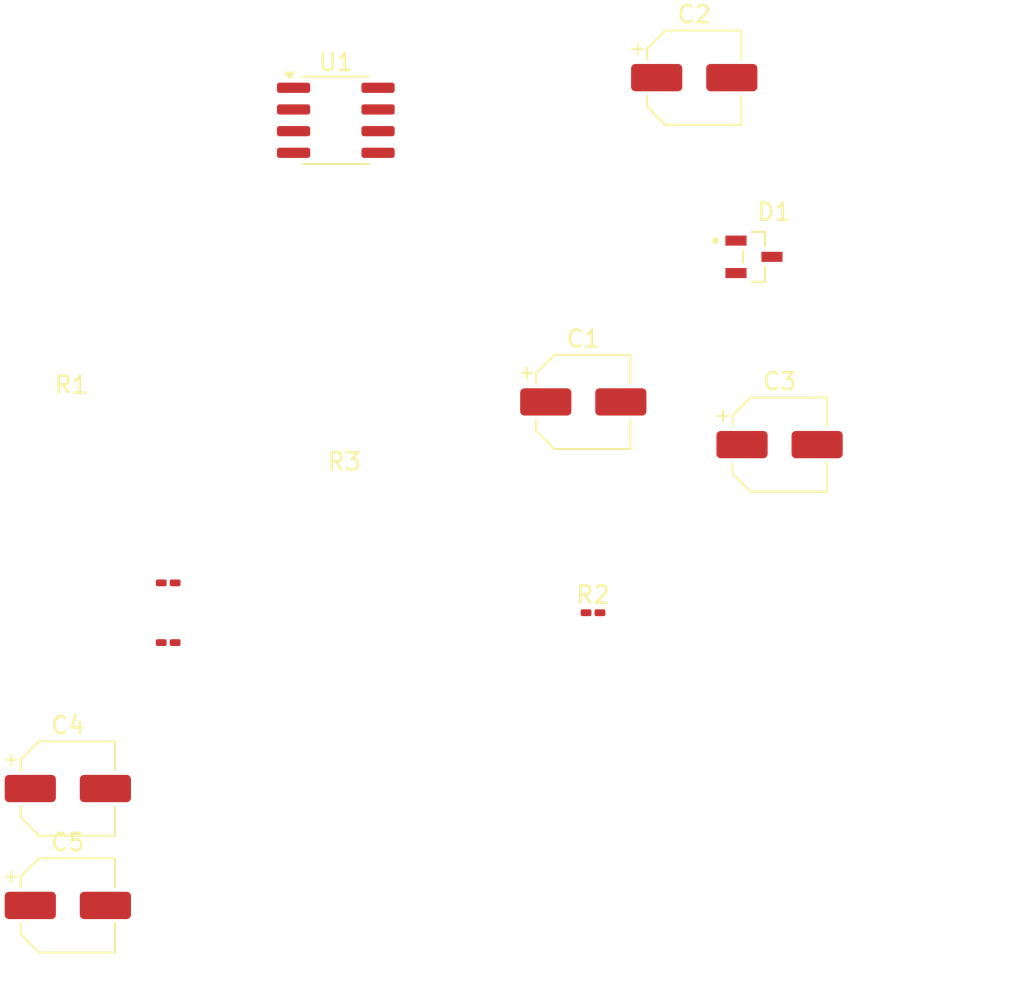
<source format=kicad_pcb>
(kicad_pcb (version 20241229) (generator "pcbnew") (generator_version "9.0")
  (layers (0 "F.Cu" signal) (2 "B.Cu" signal) (13 "F.Paste" user) (15 "B.Paste" user) (5 "F.SilkS" user "F.Silkscreen") (7 "B.SilkS" user "B.Silkscreen") (1 "F.Mask" user) (3 "B.Mask" user) (25 "Edge.Cuts" user))
  (net 0 "")
  (net 1 "GND")
  (net 2 "Net-(U1-Vref)")
  (net 3 "Net-(U1-CANH)")
  (net 4 "Net-(U1-CANL)")
  (net 5 "+3V3")
  (net 6 "Net-(U1-Rs)")
  (footprint "Capacitor_SMD:CP_Elec_5x3" (layer "F.Cu") (at 155.5 36)
    (property "Reference" "C2" (at 0 -3.7 0) (layer "F.SilkS"))
    (property "Value" "30pF")
    (fp_line (start -3.625 -1.685) (end -3 -1.685) (stroke (width 0.12)) (layer "F.SilkS"))
    (fp_line (start -3.3125 -1.9975) (end -3.3125 -1.3725) (stroke (width 0.12)) (layer "F.SilkS"))
    (fp_line (start -2.76 -1.695563) (end -2.76 -1.06) (stroke (width 0.12)) (layer "F.SilkS"))
    (fp_line (start -2.76 -1.695563) (end -1.695563 -2.76) (stroke (width 0.12)) (layer "F.SilkS"))
    (fp_line (start -2.76 1.695563) (end -2.76 1.06) (stroke (width 0.12)) (layer "F.SilkS"))
    (fp_line (start -2.76 1.695563) (end -1.695563 2.76) (stroke (width 0.12)) (layer "F.SilkS"))
    (fp_line (start -1.695563 -2.76) (end 2.76 -2.76) (stroke (width 0.12)) (layer "F.SilkS"))
    (fp_line (start -1.695563 2.76) (end 2.76 2.76) (stroke (width 0.12)) (layer "F.SilkS"))
    (fp_line (start 2.76 -2.76) (end 2.76 -1.06) (stroke (width 0.12)) (layer "F.SilkS"))
    (fp_line (start 2.76 2.76) (end 2.76 1.06) (stroke (width 0.12)) (layer "F.SilkS"))
    (pad "1" smd roundrect (at -2.2 0) (size 3 1.6) (layers "F.Cu" "F.Mask" "F.Paste") (roundrect_rratio 0.15625) (net 3 "Net-(U1-CANH)"))
    (pad "2" smd roundrect (at 2.2 0) (size 3 1.6) (layers "F.Cu" "F.Mask" "F.Paste") (roundrect_rratio 0.15625) (net 1 "GND"))
  )
  (footprint "Package_SO:SOIC-8_3.9x4.9mm_P1.27mm" (layer "F.Cu") (at 134.5 38.5)
    (property "Reference" "U1" (at 0 -3.4 0) (layer "F.SilkS"))
    (property "Value" "SN65HVD230")
    (fp_line (start 0 -2.56) (end -1.95 -2.56) (stroke (width 0.12)) (layer "F.SilkS"))
    (fp_line (start 0 -2.56) (end 1.95 -2.56) (stroke (width 0.12)) (layer "F.SilkS"))
    (fp_line (start 0 2.56) (end -1.95 2.56) (stroke (width 0.12)) (layer "F.SilkS"))
    (fp_line (start 0 2.56) (end 1.95 2.56) (stroke (width 0.12)) (layer "F.SilkS"))
    (fp_poly (pts (xy -2.7 -2.465) (xy -2.94 -2.795) (xy -2.46 -2.795)) (stroke (width 0.12)) (fill yes) (layer "F.SilkS"))
    (pad "1" smd roundrect (at -2.475 -1.905) (size 1.95 0.6) (layers "F.Cu" "F.Mask" "F.Paste"))
    (pad "2" smd roundrect (at -2.475 -0.635) (size 1.95 0.6) (layers "F.Cu" "F.Mask" "F.Paste") (net 1 "GND"))
    (pad "3" smd roundrect (at -2.475 0.635) (size 1.95 0.6) (layers "F.Cu" "F.Mask" "F.Paste") (net 5 "+3V3"))
    (pad "4" smd roundrect (at -2.475 1.905) (size 1.95 0.6) (layers "F.Cu" "F.Mask" "F.Paste"))
    (pad "5" smd roundrect (at 2.475 1.905) (size 1.95 0.6) (layers "F.Cu" "F.Mask" "F.Paste") (net 2 "Net-(U1-Vref)"))
    (pad "6" smd roundrect (at 2.475 0.635) (size 1.95 0.6) (layers "F.Cu" "F.Mask" "F.Paste") (net 4 "Net-(U1-CANL)"))
    (pad "7" smd roundrect (at 2.475 -0.635) (size 1.95 0.6) (layers "F.Cu" "F.Mask" "F.Paste") (net 3 "Net-(U1-CANH)"))
    (pad "8" smd roundrect (at 2.475 -1.905) (size 1.95 0.6) (layers "F.Cu" "F.Mask" "F.Paste") (net 6 "Net-(U1-Rs)"))
  )
  (footprint "Capacitor_SMD:CP_Elec_5x3" (layer "F.Cu") (at 118.8 84.5)
    (property "Reference" "C5" (at 0 -3.7 0) (layer "F.SilkS"))
    (property "Value" "4.7uF")
    (fp_line (start -3.625 -1.685) (end -3 -1.685) (stroke (width 0.12)) (layer "F.SilkS"))
    (fp_line (start -3.3125 -1.9975) (end -3.3125 -1.3725) (stroke (width 0.12)) (layer "F.SilkS"))
    (fp_line (start -2.76 -1.695563) (end -2.76 -1.06) (stroke (width 0.12)) (layer "F.SilkS"))
    (fp_line (start -2.76 -1.695563) (end -1.695563 -2.76) (stroke (width 0.12)) (layer "F.SilkS"))
    (fp_line (start -2.76 1.695563) (end -2.76 1.06) (stroke (width 0.12)) (layer "F.SilkS"))
    (fp_line (start -2.76 1.695563) (end -1.695563 2.76) (stroke (width 0.12)) (layer "F.SilkS"))
    (fp_line (start -1.695563 -2.76) (end 2.76 -2.76) (stroke (width 0.12)) (layer "F.SilkS"))
    (fp_line (start -1.695563 2.76) (end 2.76 2.76) (stroke (width 0.12)) (layer "F.SilkS"))
    (fp_line (start 2.76 -2.76) (end 2.76 -1.06) (stroke (width 0.12)) (layer "F.SilkS"))
    (fp_line (start 2.76 2.76) (end 2.76 1.06) (stroke (width 0.12)) (layer "F.SilkS"))
    (pad "1" smd roundrect (at -2.2 0) (size 3 1.6) (layers "F.Cu" "F.Mask" "F.Paste") (roundrect_rratio 0.15625) (net 5 "+3V3"))
    (pad "2" smd roundrect (at 2.2 0) (size 3 1.6) (layers "F.Cu" "F.Mask" "F.Paste") (roundrect_rratio 0.15625) (net 1 "GND"))
  )
  (footprint "Resistor_SMD:R_0201_0603Metric_Pad0.64x0.40mm_HandSolder" (layer "F.Cu") (at 124.68 65.6)
    (property "Reference" "R1" (at -5.68 -11.6 0) (layer "F.SilkS"))
    (property "Value" "59Ω")
    (pad "1" smd roundrect (at -0.4075 0) (size 0.635 0.4) (layers "F.Cu" "F.Mask") (net 3 "Net-(U1-CANH)"))
    (pad "2" smd roundrect (at 0.4075 0) (size 0.635 0.4) (layers "F.Cu" "F.Mask") (net 2 "Net-(U1-Vref)"))
  )
  (footprint "Resistor_SMD:R_0201_0603Metric_Pad0.64x0.40mm_HandSolder" (layer "F.Cu") (at 124.68 69.1)
    (property "Reference" "R3" (at 10.32 -10.6 0) (layer "F.SilkS"))
    (property "Value" "1KΩ")
    (pad "1" smd roundrect (at -0.4075 0) (size 0.635 0.4) (layers "F.Cu" "F.Mask") (net 6 "Net-(U1-Rs)"))
    (pad "2" smd roundrect (at 0.4075 0) (size 0.635 0.4) (layers "F.Cu" "F.Mask") (net 1 "GND"))
  )
  (footprint "Capacitor_SMD:CP_Elec_5x3" (layer "F.Cu") (at 118.8 77.65)
    (property "Reference" "C4" (at 0 -3.7 0) (layer "F.SilkS"))
    (property "Value" "0.1uF")
    (fp_line (start -3.625 -1.685) (end -3 -1.685) (stroke (width 0.12)) (layer "F.SilkS"))
    (fp_line (start -3.3125 -1.9975) (end -3.3125 -1.3725) (stroke (width 0.12)) (layer "F.SilkS"))
    (fp_line (start -2.76 -1.695563) (end -2.76 -1.06) (stroke (width 0.12)) (layer "F.SilkS"))
    (fp_line (start -2.76 -1.695563) (end -1.695563 -2.76) (stroke (width 0.12)) (layer "F.SilkS"))
    (fp_line (start -2.76 1.695563) (end -2.76 1.06) (stroke (width 0.12)) (layer "F.SilkS"))
    (fp_line (start -2.76 1.695563) (end -1.695563 2.76) (stroke (width 0.12)) (layer "F.SilkS"))
    (fp_line (start -1.695563 -2.76) (end 2.76 -2.76) (stroke (width 0.12)) (layer "F.SilkS"))
    (fp_line (start -1.695563 2.76) (end 2.76 2.76) (stroke (width 0.12)) (layer "F.SilkS"))
    (fp_line (start 2.76 -2.76) (end 2.76 -1.06) (stroke (width 0.12)) (layer "F.SilkS"))
    (fp_line (start 2.76 2.76) (end 2.76 1.06) (stroke (width 0.12)) (layer "F.SilkS"))
    (pad "1" smd roundrect (at -2.2 0) (size 3 1.6) (layers "F.Cu" "F.Mask" "F.Paste") (roundrect_rratio 0.15625) (net 5 "+3V3"))
    (pad "2" smd roundrect (at 2.2 0) (size 3 1.6) (layers "F.Cu" "F.Mask" "F.Paste") (roundrect_rratio 0.15625) (net 1 "GND"))
  )
  (footprint "Resistor_SMD:R_0201_0603Metric_Pad0.64x0.40mm_HandSolder" (layer "F.Cu") (at 149.5675 67.35)
    (property "Reference" "R2" (at 0 -1.05 0) (layer "F.SilkS"))
    (property "Value" "59Ω")
    (pad "1" smd roundrect (at -0.4075 0) (size 0.635 0.4) (layers "F.Cu" "F.Mask") (net 2 "Net-(U1-Vref)"))
    (pad "2" smd roundrect (at 0.4075 0) (size 0.635 0.4) (layers "F.Cu" "F.Mask") (net 4 "Net-(U1-CANL)"))
  )
  (footprint "Capacitor_SMD:CP_Elec_5x3" (layer "F.Cu") (at 160.5 57.5)
    (property "Reference" "C3" (at 0 -3.7 0) (layer "F.SilkS"))
    (property "Value" "30pF")
    (fp_line (start -3.625 -1.685) (end -3 -1.685) (stroke (width 0.12)) (layer "F.SilkS"))
    (fp_line (start -3.3125 -1.9975) (end -3.3125 -1.3725) (stroke (width 0.12)) (layer "F.SilkS"))
    (fp_line (start -2.76 -1.695563) (end -2.76 -1.06) (stroke (width 0.12)) (layer "F.SilkS"))
    (fp_line (start -2.76 -1.695563) (end -1.695563 -2.76) (stroke (width 0.12)) (layer "F.SilkS"))
    (fp_line (start -2.76 1.695563) (end -2.76 1.06) (stroke (width 0.12)) (layer "F.SilkS"))
    (fp_line (start -2.76 1.695563) (end -1.695563 2.76) (stroke (width 0.12)) (layer "F.SilkS"))
    (fp_line (start -1.695563 -2.76) (end 2.76 -2.76) (stroke (width 0.12)) (layer "F.SilkS"))
    (fp_line (start -1.695563 2.76) (end 2.76 2.76) (stroke (width 0.12)) (layer "F.SilkS"))
    (fp_line (start 2.76 -2.76) (end 2.76 -1.06) (stroke (width 0.12)) (layer "F.SilkS"))
    (fp_line (start 2.76 2.76) (end 2.76 1.06) (stroke (width 0.12)) (layer "F.SilkS"))
    (pad "1" smd roundrect (at -2.2 0) (size 3 1.6) (layers "F.Cu" "F.Mask" "F.Paste") (roundrect_rratio 0.15625) (net 4 "Net-(U1-CANL)"))
    (pad "2" smd roundrect (at 2.2 0) (size 3 1.6) (layers "F.Cu" "F.Mask" "F.Paste") (roundrect_rratio 0.15625) (net 1 "GND"))
  )
  (footprint "ESD2CAN24DBZRQ1:SOT95P237X112-3N" (layer "F.Cu") (at 159 46.5)
    (property "Reference" "D1" (at 1.175 -2.635 0) (layer "F.SilkS"))
    (property "Value" "ESD2CAN24DBZRQ1")
    (fp_line (start -0.65 0.335) (end -0.65 -0.335) (stroke (width 0.127)) (layer "F.SilkS"))
    (fp_line (start -0.115 1.46) (end 0.65 1.46) (stroke (width 0.127)) (layer "F.SilkS"))
    (fp_line (start 0.65 -1.46) (end -0.115 -1.46) (stroke (width 0.127)) (layer "F.SilkS"))
    (fp_line (start 0.65 -0.615) (end 0.65 -1.46) (stroke (width 0.127)) (layer "F.SilkS"))
    (fp_line (start 0.65 1.46) (end 0.65 0.615) (stroke (width 0.127)) (layer "F.SilkS"))
    (fp_circle (center -2.25 -0.95) (end -2.15 -0.95) (stroke (width 0.2)) (fill no) (layer "F.SilkS"))
    (pad "1" smd rect (at -1.055 -0.95) (size 1.24 0.59) (layers "F.Cu" "F.Mask" "F.Paste") (net 3 "Net-(U1-CANH)"))
    (pad "2" smd rect (at -1.055 0.95) (size 1.24 0.59) (layers "F.Cu" "F.Mask" "F.Paste") (net 4 "Net-(U1-CANL)"))
    (pad "3" smd rect (at 1.055 0) (size 1.24 0.59) (layers "F.Cu" "F.Mask" "F.Paste") (net 1 "GND"))
  )
  (footprint "Capacitor_SMD:CP_Elec_5x3" (layer "F.Cu") (at 149 55)
    (property "Reference" "C1" (at 0 -3.7 0) (layer "F.SilkS"))
    (property "Value" "4.7nF")
    (fp_line (start -3.625 -1.685) (end -3 -1.685) (stroke (width 0.12)) (layer "F.SilkS"))
    (fp_line (start -3.3125 -1.9975) (end -3.3125 -1.3725) (stroke (width 0.12)) (layer "F.SilkS"))
    (fp_line (start -2.76 -1.695563) (end -2.76 -1.06) (stroke (width 0.12)) (layer "F.SilkS"))
    (fp_line (start -2.76 -1.695563) (end -1.695563 -2.76) (stroke (width 0.12)) (layer "F.SilkS"))
    (fp_line (start -2.76 1.695563) (end -2.76 1.06) (stroke (width 0.12)) (layer "F.SilkS"))
    (fp_line (start -2.76 1.695563) (end -1.695563 2.76) (stroke (width 0.12)) (layer "F.SilkS"))
    (fp_line (start -1.695563 -2.76) (end 2.76 -2.76) (stroke (width 0.12)) (layer "F.SilkS"))
    (fp_line (start -1.695563 2.76) (end 2.76 2.76) (stroke (width 0.12)) (layer "F.SilkS"))
    (fp_line (start 2.76 -2.76) (end 2.76 -1.06) (stroke (width 0.12)) (layer "F.SilkS"))
    (fp_line (start 2.76 2.76) (end 2.76 1.06) (stroke (width 0.12)) (layer "F.SilkS"))
    (pad "1" smd roundrect (at -2.2 0) (size 3 1.6) (layers "F.Cu" "F.Mask" "F.Paste") (roundrect_rratio 0.15625) (net 2 "Net-(U1-Vref)"))
    (pad "2" smd roundrect (at 2.2 0) (size 3 1.6) (layers "F.Cu" "F.Mask" "F.Paste") (roundrect_rratio 0.15625) (net 1 "GND"))
  )
)
</source>
